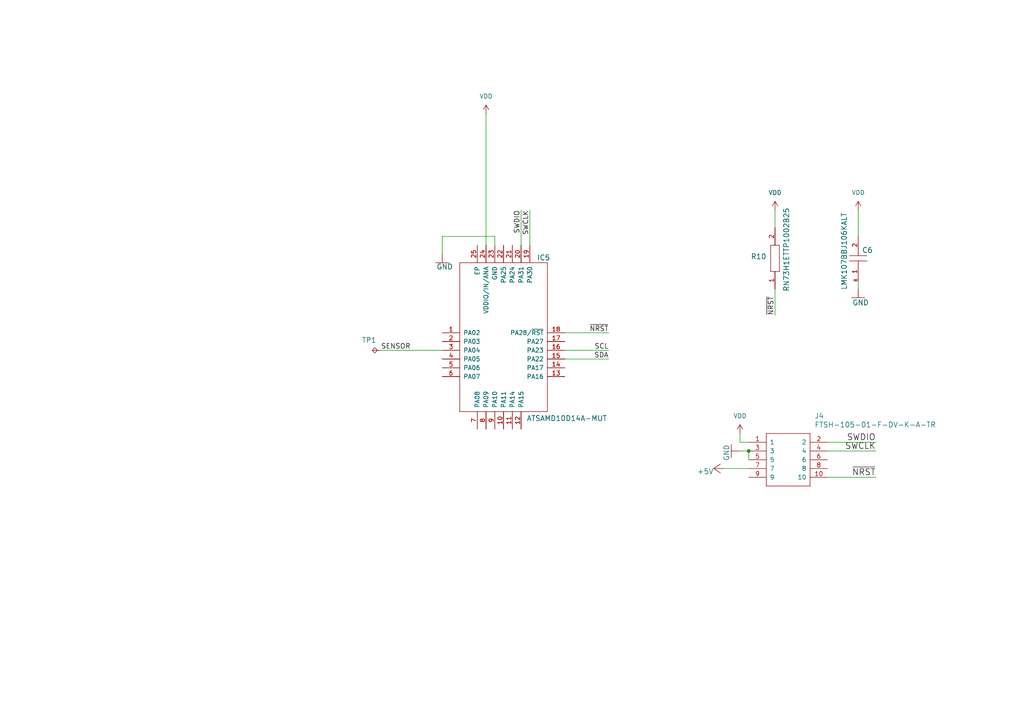
<source format=kicad_sch>
(kicad_sch (version 20211123) (generator eeschema)
  (paper "A4")
  (lib_symbols
    (symbol "esp32_moisture-eagle-import:+5V" (power) (pin_names (offset 1.016))
      (property "Value" "+5V" (at -2.54 -5.08 90))
      (symbol "+5V_1_0"
        (polyline (pts (xy 0 0) (xy -1.27 -1.905)))
        (polyline (pts (xy 1.27 -1.905) (xy 0 0)))
        (pin power_in line (at 0 -2.54 90) (length 2.54) (name "+5V") (number "1"))
      )
    )
    (symbol "esp32_moisture-eagle-import:ATSAMD10D14A-MUT" (pin_names (offset 1.016))
      (property "Reference" "IC" (at 31.75 25.4 0))
      (property "Value" "ATSAMD10D14A-MUT" (at 31.75 22.86 0))
      (symbol "ATSAMD10D14A-MUT_1_0"
        (polyline (pts (xy 5.08 20.32) (xy 5.08 -22.86)))
        (polyline (pts (xy 5.08 20.32) (xy 30.48 20.32)))
        (polyline (pts (xy 30.48 -22.86) (xy 5.08 -22.86)))
        (polyline (pts (xy 30.48 -22.86) (xy 30.48 20.32)))
        (pin bidirectional line (at 0 0 0) (length 5.08) (name "PA02") (number "1"))
        (pin bidirectional line (at 17.78 -27.94 90) (length 5.08) (name "PA11") (number "10"))
        (pin bidirectional line (at 20.32 -27.94 90) (length 5.08) (name "PA14") (number "11"))
        (pin bidirectional line (at 22.86 -27.94 90) (length 5.08) (name "PA15") (number "12"))
        (pin bidirectional line (at 35.56 -12.7 180) (length 5.08) (name "PA16") (number "13"))
        (pin bidirectional line (at 35.56 -10.16 180) (length 5.08) (name "PA17") (number "14"))
        (pin bidirectional line (at 35.56 -7.62 180) (length 5.08) (name "PA22") (number "15"))
        (pin bidirectional line (at 35.56 -5.08 180) (length 5.08) (name "PA23") (number "16"))
        (pin bidirectional line (at 35.56 -2.54 180) (length 5.08) (name "PA27") (number "17"))
        (pin bidirectional line (at 35.56 0 180) (length 5.08) (name "PA28/~{RST}") (number "18"))
        (pin bidirectional line (at 25.4 25.4 270) (length 5.08) (name "PA30") (number "19"))
        (pin bidirectional line (at 0 -2.54 0) (length 5.08) (name "PA03") (number "2"))
        (pin bidirectional line (at 22.86 25.4 270) (length 5.08) (name "PA31") (number "20"))
        (pin bidirectional line (at 20.32 25.4 270) (length 5.08) (name "PA24") (number "21"))
        (pin bidirectional line (at 17.78 25.4 270) (length 5.08) (name "PA25") (number "22"))
        (pin bidirectional line (at 15.24 25.4 270) (length 5.08) (name "GND") (number "23"))
        (pin bidirectional line (at 12.7 25.4 270) (length 5.08) (name "VDDIO/IN/ANA") (number "24"))
        (pin bidirectional line (at 10.16 25.4 270) (length 5.08) (name "EP") (number "25"))
        (pin bidirectional line (at 0 -5.08 0) (length 5.08) (name "PA04") (number "3"))
        (pin bidirectional line (at 0 -7.62 0) (length 5.08) (name "PA05") (number "4"))
        (pin bidirectional line (at 0 -10.16 0) (length 5.08) (name "PA06") (number "5"))
        (pin bidirectional line (at 0 -12.7 0) (length 5.08) (name "PA07") (number "6"))
        (pin bidirectional line (at 10.16 -27.94 90) (length 5.08) (name "PA08") (number "7"))
        (pin bidirectional line (at 12.7 -27.94 90) (length 5.08) (name "PA09") (number "8"))
        (pin bidirectional line (at 15.24 -27.94 90) (length 5.08) (name "PA10") (number "9"))
      )
    )
    (symbol "esp32_moisture-eagle-import:FTSH-105-01-F-DV-K-A-TR" (pin_names (offset 1.016))
      (property "Reference" "J" (at 19.05 7.62 0))
      (property "Value" "FTSH-105-01-F-DV-K-A-TR" (at 19.05 5.08 0))
      (symbol "FTSH-105-01-F-DV-K-A-TR_1_0"
        (polyline (pts (xy 5.08 2.54) (xy 5.08 -12.7)))
        (polyline (pts (xy 5.08 2.54) (xy 17.78 2.54)))
        (polyline (pts (xy 17.78 -12.7) (xy 5.08 -12.7)))
        (polyline (pts (xy 17.78 -12.7) (xy 17.78 2.54)))
        (pin bidirectional line (at 0 0 0) (length 5.08) (name "1") (number "1"))
        (pin bidirectional line (at 22.86 -10.16 180) (length 5.08) (name "10") (number "10"))
        (pin bidirectional line (at 22.86 0 180) (length 5.08) (name "2") (number "2"))
        (pin bidirectional line (at 0 -2.54 0) (length 5.08) (name "3") (number "3"))
        (pin bidirectional line (at 22.86 -2.54 180) (length 5.08) (name "4") (number "4"))
        (pin bidirectional line (at 0 -5.08 0) (length 5.08) (name "5") (number "5"))
        (pin bidirectional line (at 22.86 -5.08 180) (length 5.08) (name "6") (number "6"))
        (pin bidirectional line (at 0 -7.62 0) (length 5.08) (name "7") (number "7"))
        (pin bidirectional line (at 22.86 -7.62 180) (length 5.08) (name "8") (number "8"))
        (pin bidirectional line (at 0 -10.16 0) (length 5.08) (name "9") (number "9"))
      )
    )
    (symbol "esp32_moisture-eagle-import:GND" (power) (pin_names (offset 1.016))
      (property "Value" "GND" (at -2.54 -2.54 0))
      (symbol "GND_1_0"
        (polyline (pts (xy -1.905 0) (xy 1.905 0)))
        (pin power_in line (at 0 2.54 270) (length 2.54) (name "GND") (number "1"))
      )
    )
    (symbol "esp32_moisture-eagle-import:LMK107BBJ106KALT" (pin_names (offset 1.016))
      (property "Reference" "C" (at 8.89 6.35 0))
      (property "Value" "LMK107BBJ106KALT" (at 8.89 3.81 0))
      (symbol "LMK107BBJ106KALT_1_0"
        (polyline (pts (xy 5.08 0) (xy 5.588 0)))
        (polyline (pts (xy 5.588 2.54) (xy 5.588 -2.54)))
        (polyline (pts (xy 7.112 0) (xy 7.62 0)))
        (polyline (pts (xy 7.112 2.54) (xy 7.112 -2.54)))
        (pin bidirectional line (at 0 0 0) (length 5.08) (name "1") (number "1"))
        (pin bidirectional line (at 12.7 0 180) (length 5.08) (name "2") (number "2"))
      )
    )
    (symbol "esp32_moisture-eagle-import:RN73H1ETTP1002B25" (pin_names (offset 1.016))
      (property "Reference" "R" (at 13.97 6.35 0))
      (property "Value" "RN73H1ETTP1002B25" (at 13.97 3.81 0))
      (symbol "RN73H1ETTP1002B25_1_0"
        (polyline (pts (xy 5.08 1.27) (xy 5.08 -1.27)))
        (polyline (pts (xy 5.08 1.27) (xy 12.7 1.27)))
        (polyline (pts (xy 12.7 -1.27) (xy 5.08 -1.27)))
        (polyline (pts (xy 12.7 -1.27) (xy 12.7 1.27)))
        (pin bidirectional line (at 0 0 0) (length 5.08) (name "1") (number "1"))
        (pin bidirectional line (at 17.78 0 180) (length 5.08) (name "2") (number "2"))
      )
    )
    (symbol "esp32_moisture-eagle-import:TPTP15R" (pin_names (offset 1.016))
      (property "Reference" "TP" (at -1.27 1.27 0))
      (symbol "TPTP15R_1_0"
        (polyline (pts (xy -0.762 -0.762) (xy 0 0)))
        (polyline (pts (xy 0 -1.524) (xy -0.762 -0.762)))
        (polyline (pts (xy 0 0) (xy 0.762 -0.762)))
        (polyline (pts (xy 0.762 -0.762) (xy 0 -1.524)))
        (pin input line (at 0 -2.54 90) (length 2.54) (name "TP") (number "TP"))
      )
    )
    (symbol "power:VDD" (power) (pin_names (offset 0))
      (property "Value" "VDD" (at 0 3.81 0))
      (symbol "VDD_0_1"
        (polyline (pts (xy -0.762 1.27) (xy 0 2.54)))
        (polyline (pts (xy 0 0) (xy 0 2.54)))
        (polyline (pts (xy 0 2.54) (xy 0.762 1.27)))
      )
      (symbol "VDD_1_1"
        (pin power_in line (at 0 0 90) (length 0) hide (name "VDD") (number "1"))
      )
    )
  )
  (junction (at 217.17 130.81))
  (wire (pts (xy 110.49 101.6) (xy 128.27 101.6)))
  (wire (pts (xy 163.83 96.52) (xy 176.53 96.52)))
  (wire (pts (xy 143.51 68.58) (xy 128.27 68.58)))
  (wire (pts (xy 240.03 128.27) (xy 254 128.27)))
  (wire (pts (xy 163.83 104.14) (xy 176.53 104.14)))
  (wire (pts (xy 209.55 135.89) (xy 217.17 135.89)))
  (wire (pts (xy 224.79 91.44) (xy 224.79 83.82)))
  (wire (pts (xy 153.67 71.12) (xy 153.67 60.96)))
  (wire (pts (xy 248.92 68.58) (xy 248.92 60.96)))
  (wire (pts (xy 224.79 60.96) (xy 224.79 66.04)))
  (wire (pts (xy 143.51 71.12) (xy 143.51 68.58)))
  (wire (pts (xy 151.13 71.12) (xy 151.13 60.96)))
  (wire (pts (xy 214.63 128.27) (xy 214.63 125.73)))
  (wire (pts (xy 240.03 138.43) (xy 254 138.43)))
  (wire (pts (xy 217.17 130.81) (xy 217.17 133.35)))
  (wire (pts (xy 163.83 101.6) (xy 176.53 101.6)))
  (wire (pts (xy 140.97 33.02) (xy 140.97 71.12)))
  (wire (pts (xy 248.92 81.28) (xy 248.92 83.82)))
  (wire (pts (xy 217.17 130.81) (xy 214.63 130.81)))
  (wire (pts (xy 217.17 128.27) (xy 214.63 128.27)))
  (wire (pts (xy 128.27 68.58) (xy 128.27 73.66)))
  (wire (pts (xy 240.03 130.81) (xy 254 130.81)))
  (label "SWDIO" (at 151.13 60.96 270) (effects (font (size 1.4224 1.4224))))
  (label "SWCLK" (at 254 130.81 180) (effects (font (size 1.778 1.778))))
  (label "SCL" (at 176.53 101.6 180) (effects (font (size 1.4224 1.4224))))
  (label "~{NRST}" (at 176.53 96.52 180) (effects (font (size 1.4224 1.4224))))
  (label "SENSOR" (at 110.49 101.6 0) (effects (font (size 1.4224 1.4224))))
  (label "SWCLK" (at 153.67 60.96 270) (effects (font (size 1.4224 1.4224))))
  (label "SWDIO" (at 254 128.27 180) (effects (font (size 1.778 1.778))))
  (label "SDA" (at 176.53 104.14 180) (effects (font (size 1.4224 1.4224))))
  (label "~{NRST}" (at 254 138.43 180) (effects (font (size 1.778 1.778))))
  (label "~{NRST}" (at 224.79 91.44 90) (effects (font (size 1.4224 1.4224))))
  (global_label "GND" (shape bidirectional) (at 248.92 81.28 180) (effects (font (size 0.254 0.254))) (property "Intersheet References" "${INTERSHEET_REFS}" (effects hide)))
  (symbol (lib_id "esp32_moisture-eagle-import:TPTP15R") (at 107.95 101.6 90) (unit 1)
    (property "Reference" "TP1" (at 109.22 97.79 90) (effects (font (size 1.4986 1.4986)) (justify left bottom)))
    (property "Value" "TPTP15R" (effects hide))
    (property "Footprint" "esp32_moisture:TP15R" (effects hide))
  )
  (symbol (lib_id "esp32_moisture-eagle-import:ATSAMD10D14A-MUT") (at 128.27 96.52 0) (unit 1)
    (property "Reference" "IC5" (at 155.7274 74.7268 0) (effects (font (size 1.4986 1.4986)) (justify left)))
    (property "Value" "ATSAMD10D14A-MUT" (at 152.7302 121.3358 0) (effects (font (size 1.4986 1.4986)) (justify left)))
    (property "Footprint" "esp32_moisture:QFN50P400X400X90-25N" (effects hide))
  )
  (symbol (lib_id "esp32_moisture-eagle-import:GND") (at 128.27 76.2 0) (unit 1)
    (property "Reference" "#GND016" (effects hide))
    (property "Value" "GND" (at 126.5682 78.2066 0) (effects (font (size 1.4986 1.4986)) (justify left bottom)))
  )
  (symbol (lib_id "esp32_moisture-eagle-import:LMK107BBJ106KALT") (at 248.92 81.28 90) (unit 1)
    (property "Reference" "C6" (at 253.1872 72.5424 90) (effects (font (size 1.4986 1.4986)) (justify left)))
    (property "Value" "LMK107BBJ106KALT" (at 244.8306 84.0994 0) (effects (font (size 1.4986 1.4986)) (justify left)))
    (property "Footprint" "esp32_moisture:CAPC1608X100N" (effects hide))
  )
  (symbol (lib_id "esp32_moisture-eagle-import:RN73H1ETTP1002B25") (at 224.79 83.82 90) (unit 1)
    (property "Reference" "R10" (at 222.3516 74.3966 90) (effects (font (size 1.4986 1.4986)) (justify left)))
    (property "Value" "RN73H1ETTP1002B25" (at 228.092 84.582 0) (effects (font (size 1.4986 1.4986)) (justify left)))
    (property "Footprint" "esp32_moisture:RESC1005X40N" (effects hide))
  )
  (symbol (lib_id "esp32_moisture-eagle-import:+5V") (at 207.01 135.89 90) (unit 1)
    (property "Reference" "#P+03" (effects hide))
    (property "Value" "+5V" (at 207.01 135.89 90) (effects (font (size 1.4986 1.4986)) (justify left bottom)))
  )
  (symbol (lib_id "esp32_moisture-eagle-import:GND") (at 212.09 130.81 270) (unit 1)
    (property "Reference" "#GND017" (effects hide))
    (property "Value" "GND" (at 209.8802 128.905 0) (effects (font (size 1.4986 1.4986)) (justify left bottom)))
  )
  (symbol (lib_id "power:VDD") (at 224.79 60.96 0) (unit 1)
    (property "Reference" "#PWR04" (effects hide))
    (property "Value" "VDD" (at 224.79 55.88 0))
  )
  (symbol (lib_id "power:VDD") (at 248.92 60.96 0) (unit 1)
    (property "Reference" "#PWR05" (effects hide))
    (property "Value" "VDD" (at 248.92 55.88 0))
  )
  (symbol (lib_id "esp32_moisture-eagle-import:FTSH-105-01-F-DV-K-A-TR") (at 217.17 128.27 0) (unit 1)
    (property "Reference" "J4" (at 236.22 120.65 0) (effects (font (size 1.4986 1.4986)) (justify left)))
    (property "Value" "FTSH-105-01-F-DV-K-A-TR" (at 236.22 123.19 0) (effects (font (size 1.4986 1.4986)) (justify left)))
    (property "Footprint" "esp32_moisture:FTSH-105-XX-YYY-DV-K-A-TR" (effects hide))
  )
  (symbol (lib_id "esp32_moisture-eagle-import:GND") (at 248.92 86.36 0) (unit 1)
    (property "Reference" "#GND018" (effects hide))
    (property "Value" "GND" (at 247.1928 88.6206 0) (effects (font (size 1.4986 1.4986)) (justify left bottom)))
  )
  (symbol (lib_id "power:VDD") (at 214.63 125.73 0) (unit 1)
    (property "Reference" "#PWR03" (effects hide))
    (property "Value" "VDD" (at 214.63 120.65 0))
  )
  (symbol (lib_id "power:VDD") (at 140.97 33.02 0) (unit 1)
    (property "Reference" "#PWR02" (effects hide))
    (property "Value" "VDD" (at 140.97 27.94 0))
  )
)
</source>
